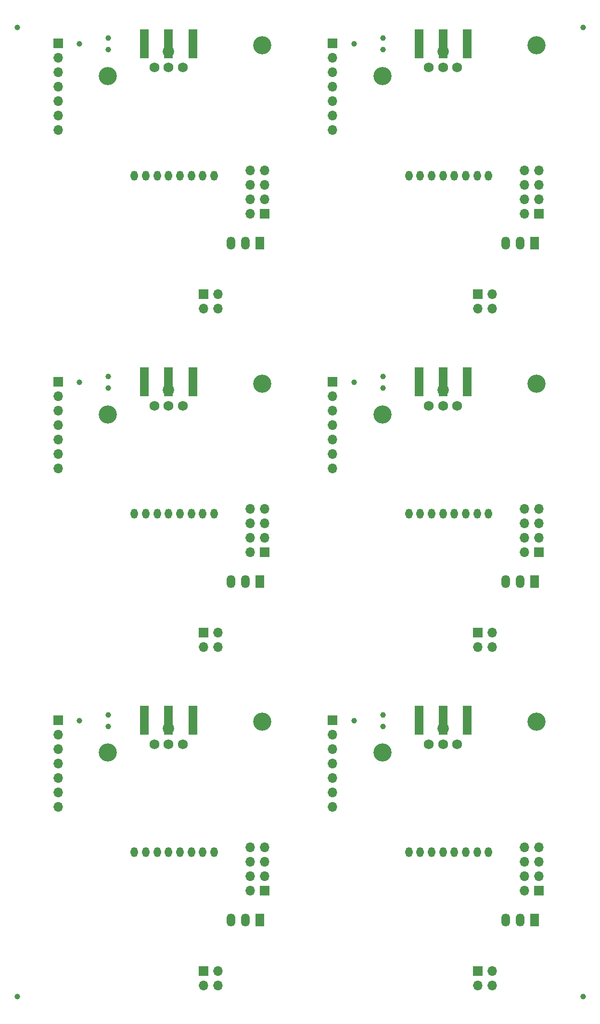
<source format=gbr>
%TF.GenerationSoftware,KiCad,Pcbnew,(6.0.6-0)*%
%TF.CreationDate,2022-06-29T17:43:41+02:00*%
%TF.ProjectId,panel,70616e65-6c2e-46b6-9963-61645f706362,rev?*%
%TF.SameCoordinates,Original*%
%TF.FileFunction,Soldermask,Bot*%
%TF.FilePolarity,Negative*%
%FSLAX46Y46*%
G04 Gerber Fmt 4.6, Leading zero omitted, Abs format (unit mm)*
G04 Created by KiCad (PCBNEW (6.0.6-0)) date 2022-06-29 17:43:41*
%MOMM*%
%LPD*%
G01*
G04 APERTURE LIST*
%ADD10R,1.500000X5.080000*%
%ADD11O,1.300000X1.750000*%
%ADD12C,1.750000*%
%ADD13R,1.700000X1.700000*%
%ADD14O,1.700000X1.700000*%
%ADD15C,1.000000*%
%ADD16C,3.200000*%
%ADD17R,1.500000X2.300000*%
%ADD18O,1.500000X2.300000*%
%ADD19C,0.990600*%
%ADD20C,2.000000*%
G04 APERTURE END LIST*
D10*
%TO.C,J3*%
X92449400Y-84380400D03*
X88199400Y-84380400D03*
X96699400Y-84380400D03*
%TD*%
%TO.C,J3*%
X44149400Y-84380400D03*
X48399400Y-84380400D03*
X39899400Y-84380400D03*
%TD*%
D11*
%TO.C,U2*%
X52140000Y-48071000D03*
X50140000Y-48071000D03*
X48140000Y-48071000D03*
X46140000Y-48071000D03*
X44140000Y-48071000D03*
X42140000Y-48071000D03*
X40140000Y-48071000D03*
X38140000Y-48071000D03*
D12*
X41640000Y-29071000D03*
X44140000Y-29071000D03*
X46640000Y-29071000D03*
%TD*%
D13*
%TO.C,J2*%
X109315000Y-173827000D03*
D14*
X106775000Y-173827000D03*
X109315000Y-171287000D03*
X106775000Y-171287000D03*
X109315000Y-168747000D03*
X106775000Y-168747000D03*
X109315000Y-166207000D03*
X106775000Y-166207000D03*
%TD*%
D10*
%TO.C,J3*%
X44149400Y-24880400D03*
X48399400Y-24880400D03*
X39899400Y-24880400D03*
%TD*%
D13*
%TO.C,J2*%
X109315000Y-114327000D03*
D14*
X106775000Y-114327000D03*
X109315000Y-111787000D03*
X106775000Y-111787000D03*
X109315000Y-109247000D03*
X106775000Y-109247000D03*
X109315000Y-106707000D03*
X106775000Y-106707000D03*
%TD*%
D15*
%TO.C,REF\u002A\u002A*%
X117100000Y-192500000D03*
%TD*%
D11*
%TO.C,U2*%
X100440000Y-167071000D03*
X98440000Y-167071000D03*
X96440000Y-167071000D03*
X94440000Y-167071000D03*
X92440000Y-167071000D03*
X90440000Y-167071000D03*
X88440000Y-167071000D03*
X86440000Y-167071000D03*
D12*
X89940000Y-148071000D03*
X92440000Y-148071000D03*
X94940000Y-148071000D03*
%TD*%
D13*
%TO.C,J2*%
X109315000Y-54827000D03*
D14*
X106775000Y-54827000D03*
X109315000Y-52287000D03*
X106775000Y-52287000D03*
X109315000Y-49747000D03*
X106775000Y-49747000D03*
X109315000Y-47207000D03*
X106775000Y-47207000D03*
%TD*%
D15*
%TO.C,REF\u002A\u002A*%
X17500000Y-192500000D03*
%TD*%
%TO.C,REF\u002A\u002A*%
X17500000Y-22000000D03*
%TD*%
D11*
%TO.C,U2*%
X100440000Y-107571000D03*
X98440000Y-107571000D03*
X96440000Y-107571000D03*
X94440000Y-107571000D03*
X92440000Y-107571000D03*
X90440000Y-107571000D03*
X88440000Y-107571000D03*
X86440000Y-107571000D03*
D12*
X89940000Y-88571000D03*
X92440000Y-88571000D03*
X94940000Y-88571000D03*
%TD*%
D13*
%TO.C,J2*%
X61015000Y-54827000D03*
D14*
X58475000Y-54827000D03*
X61015000Y-52287000D03*
X58475000Y-52287000D03*
X61015000Y-49747000D03*
X58475000Y-49747000D03*
X61015000Y-47207000D03*
X58475000Y-47207000D03*
%TD*%
D10*
%TO.C,J3*%
X44149400Y-143880400D03*
X48399400Y-143880400D03*
X39899400Y-143880400D03*
%TD*%
D11*
%TO.C,U2*%
X52140000Y-107571000D03*
X50140000Y-107571000D03*
X48140000Y-107571000D03*
X46140000Y-107571000D03*
X44140000Y-107571000D03*
X42140000Y-107571000D03*
X40140000Y-107571000D03*
X38140000Y-107571000D03*
D12*
X41640000Y-88571000D03*
X44140000Y-88571000D03*
X46640000Y-88571000D03*
%TD*%
D13*
%TO.C,J2*%
X61015000Y-114327000D03*
D14*
X58475000Y-114327000D03*
X61015000Y-111787000D03*
X58475000Y-111787000D03*
X61015000Y-109247000D03*
X58475000Y-109247000D03*
X61015000Y-106707000D03*
X58475000Y-106707000D03*
%TD*%
D13*
%TO.C,J2*%
X61015000Y-173827000D03*
D14*
X58475000Y-173827000D03*
X61015000Y-171287000D03*
X58475000Y-171287000D03*
X61015000Y-168747000D03*
X58475000Y-168747000D03*
X61015000Y-166207000D03*
X58475000Y-166207000D03*
%TD*%
D15*
%TO.C,REF\u002A\u002A*%
X117100000Y-22000000D03*
%TD*%
D10*
%TO.C,J3*%
X92449400Y-24880400D03*
X88199400Y-24880400D03*
X96699400Y-24880400D03*
%TD*%
%TO.C,J3*%
X92449400Y-143880400D03*
X88199400Y-143880400D03*
X96699400Y-143880400D03*
%TD*%
D11*
%TO.C,U2*%
X100440000Y-48071000D03*
X98440000Y-48071000D03*
X96440000Y-48071000D03*
X94440000Y-48071000D03*
X92440000Y-48071000D03*
X90440000Y-48071000D03*
X88440000Y-48071000D03*
X86440000Y-48071000D03*
D12*
X89940000Y-29071000D03*
X92440000Y-29071000D03*
X94940000Y-29071000D03*
%TD*%
D11*
%TO.C,U2*%
X52140000Y-167071000D03*
X50140000Y-167071000D03*
X48140000Y-167071000D03*
X46140000Y-167071000D03*
X44140000Y-167071000D03*
X42140000Y-167071000D03*
X40140000Y-167071000D03*
X38140000Y-167071000D03*
D12*
X41640000Y-148071000D03*
X44140000Y-148071000D03*
X46640000Y-148071000D03*
%TD*%
D16*
%TO.C,H3*%
X60598000Y-25152000D03*
%TD*%
D13*
%TO.C,J5*%
X98560000Y-68960000D03*
D14*
X101100000Y-68960000D03*
X98560000Y-71500000D03*
X101100000Y-71500000D03*
%TD*%
D13*
%TO.C,J5*%
X98560000Y-128460000D03*
D14*
X101100000Y-128460000D03*
X98560000Y-131000000D03*
X101100000Y-131000000D03*
%TD*%
D13*
%TO.C,J5*%
X50260000Y-68960000D03*
D14*
X52800000Y-68960000D03*
X50260000Y-71500000D03*
X52800000Y-71500000D03*
%TD*%
D13*
%TO.C,J5*%
X98560000Y-187960000D03*
D14*
X101100000Y-187960000D03*
X98560000Y-190500000D03*
X101100000Y-190500000D03*
%TD*%
D17*
%TO.C,R-78E3.3*%
X60227600Y-178983200D03*
D18*
X57687600Y-178983200D03*
X55147600Y-178983200D03*
%TD*%
D16*
%TO.C,H2*%
X33456000Y-30570000D03*
%TD*%
D17*
%TO.C,R-78E3.3*%
X108527600Y-119483200D03*
D18*
X105987600Y-119483200D03*
X103447600Y-119483200D03*
%TD*%
D13*
%TO.C,J1*%
X72993000Y-143829600D03*
D14*
X72993000Y-146369600D03*
X72993000Y-148909600D03*
X72993000Y-151449600D03*
X72993000Y-153989600D03*
X72993000Y-156529600D03*
X72993000Y-159069600D03*
%TD*%
D19*
%TO.C,J4*%
X28464000Y-84433400D03*
X33544000Y-83417400D03*
X33544000Y-85449400D03*
%TD*%
D16*
%TO.C,H3*%
X108898000Y-144152000D03*
%TD*%
D17*
%TO.C,R-78E3.3*%
X108527600Y-59983200D03*
D18*
X105987600Y-59983200D03*
X103447600Y-59983200D03*
%TD*%
D19*
%TO.C,J4*%
X76764000Y-84433400D03*
X81844000Y-85449400D03*
X81844000Y-83417400D03*
%TD*%
D17*
%TO.C,R-78E3.3*%
X60227600Y-119483200D03*
D18*
X57687600Y-119483200D03*
X55147600Y-119483200D03*
%TD*%
D16*
%TO.C,H3*%
X60598000Y-144152000D03*
%TD*%
%TO.C,H2*%
X33456000Y-90070000D03*
%TD*%
%TO.C,H2*%
X81756000Y-90070000D03*
%TD*%
%TO.C,H2*%
X81756000Y-149570000D03*
%TD*%
D19*
%TO.C,J4*%
X33544000Y-25949400D03*
X33544000Y-23917400D03*
X28464000Y-24933400D03*
%TD*%
%TO.C,J4*%
X76764000Y-143933400D03*
X81844000Y-144949400D03*
X81844000Y-142917400D03*
%TD*%
D20*
%TO.C,H1*%
X92450180Y-145283460D03*
%TD*%
D13*
%TO.C,J5*%
X50260000Y-187960000D03*
D14*
X52800000Y-187960000D03*
X50260000Y-190500000D03*
X52800000Y-190500000D03*
%TD*%
D20*
%TO.C,H1*%
X44150180Y-145283460D03*
%TD*%
%TO.C,H1*%
X92450180Y-26283460D03*
%TD*%
%TO.C,H1*%
X92450180Y-85783460D03*
%TD*%
D19*
%TO.C,J4*%
X33544000Y-142917400D03*
X33544000Y-144949400D03*
X28464000Y-143933400D03*
%TD*%
%TO.C,J4*%
X81844000Y-23917400D03*
X81844000Y-25949400D03*
X76764000Y-24933400D03*
%TD*%
D16*
%TO.C,H3*%
X60598000Y-84652000D03*
%TD*%
D13*
%TO.C,J1*%
X24693000Y-143829600D03*
D14*
X24693000Y-146369600D03*
X24693000Y-148909600D03*
X24693000Y-151449600D03*
X24693000Y-153989600D03*
X24693000Y-156529600D03*
X24693000Y-159069600D03*
%TD*%
D17*
%TO.C,R-78E3.3*%
X60227600Y-59983200D03*
D18*
X57687600Y-59983200D03*
X55147600Y-59983200D03*
%TD*%
D20*
%TO.C,H1*%
X44150180Y-85783460D03*
%TD*%
%TO.C,H1*%
X44150180Y-26283460D03*
%TD*%
D13*
%TO.C,J1*%
X24693000Y-84329600D03*
D14*
X24693000Y-86869600D03*
X24693000Y-89409600D03*
X24693000Y-91949600D03*
X24693000Y-94489600D03*
X24693000Y-97029600D03*
X24693000Y-99569600D03*
%TD*%
D13*
%TO.C,J5*%
X50260000Y-128460000D03*
D14*
X52800000Y-128460000D03*
X50260000Y-131000000D03*
X52800000Y-131000000D03*
%TD*%
D13*
%TO.C,J1*%
X24693000Y-24829600D03*
D14*
X24693000Y-27369600D03*
X24693000Y-29909600D03*
X24693000Y-32449600D03*
X24693000Y-34989600D03*
X24693000Y-37529600D03*
X24693000Y-40069600D03*
%TD*%
D16*
%TO.C,H3*%
X108898000Y-25152000D03*
%TD*%
%TO.C,H2*%
X33456000Y-149570000D03*
%TD*%
D13*
%TO.C,J1*%
X72993000Y-84329600D03*
D14*
X72993000Y-86869600D03*
X72993000Y-89409600D03*
X72993000Y-91949600D03*
X72993000Y-94489600D03*
X72993000Y-97029600D03*
X72993000Y-99569600D03*
%TD*%
D16*
%TO.C,H2*%
X81756000Y-30570000D03*
%TD*%
%TO.C,H3*%
X108898000Y-84652000D03*
%TD*%
D13*
%TO.C,J1*%
X72993000Y-24829600D03*
D14*
X72993000Y-27369600D03*
X72993000Y-29909600D03*
X72993000Y-32449600D03*
X72993000Y-34989600D03*
X72993000Y-37529600D03*
X72993000Y-40069600D03*
%TD*%
D17*
%TO.C,R-78E3.3*%
X108527600Y-178983200D03*
D18*
X105987600Y-178983200D03*
X103447600Y-178983200D03*
%TD*%
M02*

</source>
